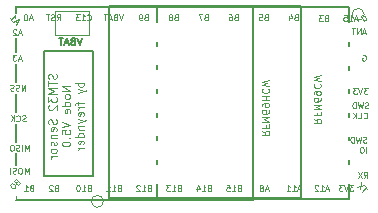
<source format=gbo>
G04 #@! TF.GenerationSoftware,KiCad,Pcbnew,6.0.0-rc1-unknown-a6325aa~66~ubuntu18.04.1*
G04 #@! TF.CreationDate,2018-09-11T11:38:00+02:00*
G04 #@! TF.ProjectId,STM32_Sensor,53544D33325F53656E736F722E6B6963,rev?*
G04 #@! TF.SameCoordinates,Original*
G04 #@! TF.FileFunction,Legend,Bot*
G04 #@! TF.FilePolarity,Positive*
%FSLAX46Y46*%
G04 Gerber Fmt 4.6, Leading zero omitted, Abs format (unit mm)*
G04 Created by KiCad (PCBNEW 6.0.0-rc1-unknown-a6325aa~66~ubuntu18.04.1) date Tue Sep 11 11:38:00 2018*
%MOMM*%
%LPD*%
G01*
G04 APERTURE LIST*
%ADD10C,0.150000*%
%ADD11C,0.100000*%
%ADD12C,0.203200*%
%ADD13C,0.120000*%
G04 APERTURE END LIST*
D10*
X130070000Y-104850000D02*
X130070000Y-105860000D01*
X130070000Y-102320000D02*
X130070000Y-103910000D01*
X130070000Y-99790000D02*
X130070000Y-101350000D01*
X130070000Y-97240000D02*
X130070000Y-98820000D01*
X130070000Y-95040000D02*
X130070000Y-96290000D01*
X130070000Y-92800000D02*
X130070000Y-92950000D01*
X130070000Y-92410000D02*
X130070000Y-92800000D01*
X150160000Y-108760000D02*
X130090000Y-108760000D01*
X130070000Y-92420000D02*
X150150000Y-92420000D01*
X150170000Y-108790000D02*
X150170000Y-92440000D01*
X130070000Y-108790000D02*
X150170000Y-108790000D01*
X137940000Y-92400000D02*
X137940000Y-108630000D01*
X154210000Y-92450000D02*
X154210000Y-108670000D01*
X150170000Y-92430000D02*
X150170000Y-108680000D01*
D11*
X150928571Y-102932857D02*
X151214285Y-103132857D01*
X150928571Y-103275714D02*
X151528571Y-103275714D01*
X151528571Y-103047142D01*
X151500000Y-102990000D01*
X151471428Y-102961428D01*
X151414285Y-102932857D01*
X151328571Y-102932857D01*
X151271428Y-102961428D01*
X151242857Y-102990000D01*
X151214285Y-103047142D01*
X151214285Y-103275714D01*
X151242857Y-102475714D02*
X151242857Y-102675714D01*
X150928571Y-102675714D02*
X151528571Y-102675714D01*
X151528571Y-102390000D01*
X150928571Y-102161428D02*
X151528571Y-102161428D01*
X151100000Y-101961428D01*
X151528571Y-101761428D01*
X150928571Y-101761428D01*
X151528571Y-101218571D02*
X151528571Y-101332857D01*
X151500000Y-101390000D01*
X151471428Y-101418571D01*
X151385714Y-101475714D01*
X151271428Y-101504285D01*
X151042857Y-101504285D01*
X150985714Y-101475714D01*
X150957142Y-101447142D01*
X150928571Y-101390000D01*
X150928571Y-101275714D01*
X150957142Y-101218571D01*
X150985714Y-101190000D01*
X151042857Y-101161428D01*
X151185714Y-101161428D01*
X151242857Y-101190000D01*
X151271428Y-101218571D01*
X151300000Y-101275714D01*
X151300000Y-101390000D01*
X151271428Y-101447142D01*
X151242857Y-101475714D01*
X151185714Y-101504285D01*
X150928571Y-100875714D02*
X150928571Y-100761428D01*
X150957142Y-100704285D01*
X150985714Y-100675714D01*
X151071428Y-100618571D01*
X151185714Y-100590000D01*
X151414285Y-100590000D01*
X151471428Y-100618571D01*
X151500000Y-100647142D01*
X151528571Y-100704285D01*
X151528571Y-100818571D01*
X151500000Y-100875714D01*
X151471428Y-100904285D01*
X151414285Y-100932857D01*
X151271428Y-100932857D01*
X151214285Y-100904285D01*
X151185714Y-100875714D01*
X151157142Y-100818571D01*
X151157142Y-100704285D01*
X151185714Y-100647142D01*
X151214285Y-100618571D01*
X151271428Y-100590000D01*
X150928571Y-100332857D02*
X151528571Y-100332857D01*
X151242857Y-100332857D02*
X151242857Y-99990000D01*
X150928571Y-99990000D02*
X151528571Y-99990000D01*
X150985714Y-99361428D02*
X150957142Y-99390000D01*
X150928571Y-99475714D01*
X150928571Y-99532857D01*
X150957142Y-99618571D01*
X151014285Y-99675714D01*
X151071428Y-99704285D01*
X151185714Y-99732857D01*
X151271428Y-99732857D01*
X151385714Y-99704285D01*
X151442857Y-99675714D01*
X151500000Y-99618571D01*
X151528571Y-99532857D01*
X151528571Y-99475714D01*
X151500000Y-99390000D01*
X151471428Y-99361428D01*
X151528571Y-99161428D02*
X150928571Y-99018571D01*
X151357142Y-98904285D01*
X150928571Y-98790000D01*
X151528571Y-98647142D01*
X133503333Y-98113333D02*
X133536666Y-98213333D01*
X133536666Y-98380000D01*
X133503333Y-98446666D01*
X133470000Y-98480000D01*
X133403333Y-98513333D01*
X133336666Y-98513333D01*
X133270000Y-98480000D01*
X133236666Y-98446666D01*
X133203333Y-98380000D01*
X133170000Y-98246666D01*
X133136666Y-98180000D01*
X133103333Y-98146666D01*
X133036666Y-98113333D01*
X132970000Y-98113333D01*
X132903333Y-98146666D01*
X132870000Y-98180000D01*
X132836666Y-98246666D01*
X132836666Y-98413333D01*
X132870000Y-98513333D01*
X132836666Y-98713333D02*
X132836666Y-99113333D01*
X133536666Y-98913333D02*
X132836666Y-98913333D01*
X133536666Y-99346666D02*
X132836666Y-99346666D01*
X133336666Y-99580000D01*
X132836666Y-99813333D01*
X133536666Y-99813333D01*
X132836666Y-100080000D02*
X132836666Y-100513333D01*
X133103333Y-100280000D01*
X133103333Y-100380000D01*
X133136666Y-100446666D01*
X133170000Y-100480000D01*
X133236666Y-100513333D01*
X133403333Y-100513333D01*
X133470000Y-100480000D01*
X133503333Y-100446666D01*
X133536666Y-100380000D01*
X133536666Y-100180000D01*
X133503333Y-100113333D01*
X133470000Y-100080000D01*
X132903333Y-100780000D02*
X132870000Y-100813333D01*
X132836666Y-100880000D01*
X132836666Y-101046666D01*
X132870000Y-101113333D01*
X132903333Y-101146666D01*
X132970000Y-101180000D01*
X133036666Y-101180000D01*
X133136666Y-101146666D01*
X133536666Y-100746666D01*
X133536666Y-101180000D01*
X133503333Y-101980000D02*
X133536666Y-102080000D01*
X133536666Y-102246666D01*
X133503333Y-102313333D01*
X133470000Y-102346666D01*
X133403333Y-102380000D01*
X133336666Y-102380000D01*
X133270000Y-102346666D01*
X133236666Y-102313333D01*
X133203333Y-102246666D01*
X133170000Y-102113333D01*
X133136666Y-102046666D01*
X133103333Y-102013333D01*
X133036666Y-101980000D01*
X132970000Y-101980000D01*
X132903333Y-102013333D01*
X132870000Y-102046666D01*
X132836666Y-102113333D01*
X132836666Y-102280000D01*
X132870000Y-102380000D01*
X133503333Y-102946666D02*
X133536666Y-102880000D01*
X133536666Y-102746666D01*
X133503333Y-102680000D01*
X133436666Y-102646666D01*
X133170000Y-102646666D01*
X133103333Y-102680000D01*
X133070000Y-102746666D01*
X133070000Y-102880000D01*
X133103333Y-102946666D01*
X133170000Y-102980000D01*
X133236666Y-102980000D01*
X133303333Y-102646666D01*
X133070000Y-103280000D02*
X133536666Y-103280000D01*
X133136666Y-103280000D02*
X133103333Y-103313333D01*
X133070000Y-103380000D01*
X133070000Y-103480000D01*
X133103333Y-103546666D01*
X133170000Y-103580000D01*
X133536666Y-103580000D01*
X133503333Y-103880000D02*
X133536666Y-103946666D01*
X133536666Y-104080000D01*
X133503333Y-104146666D01*
X133436666Y-104180000D01*
X133403333Y-104180000D01*
X133336666Y-104146666D01*
X133303333Y-104080000D01*
X133303333Y-103980000D01*
X133270000Y-103913333D01*
X133203333Y-103880000D01*
X133170000Y-103880000D01*
X133103333Y-103913333D01*
X133070000Y-103980000D01*
X133070000Y-104080000D01*
X133103333Y-104146666D01*
X133536666Y-104580000D02*
X133503333Y-104513333D01*
X133470000Y-104480000D01*
X133403333Y-104446666D01*
X133203333Y-104446666D01*
X133136666Y-104480000D01*
X133103333Y-104513333D01*
X133070000Y-104580000D01*
X133070000Y-104680000D01*
X133103333Y-104746666D01*
X133136666Y-104780000D01*
X133203333Y-104813333D01*
X133403333Y-104813333D01*
X133470000Y-104780000D01*
X133503333Y-104746666D01*
X133536666Y-104680000D01*
X133536666Y-104580000D01*
X133536666Y-105113333D02*
X133070000Y-105113333D01*
X133203333Y-105113333D02*
X133136666Y-105146666D01*
X133103333Y-105180000D01*
X133070000Y-105246666D01*
X133070000Y-105313333D01*
X134686666Y-99146666D02*
X133986666Y-99146666D01*
X134686666Y-99546666D01*
X133986666Y-99546666D01*
X134686666Y-99980000D02*
X134653333Y-99913333D01*
X134620000Y-99880000D01*
X134553333Y-99846666D01*
X134353333Y-99846666D01*
X134286666Y-99880000D01*
X134253333Y-99913333D01*
X134220000Y-99980000D01*
X134220000Y-100080000D01*
X134253333Y-100146666D01*
X134286666Y-100180000D01*
X134353333Y-100213333D01*
X134553333Y-100213333D01*
X134620000Y-100180000D01*
X134653333Y-100146666D01*
X134686666Y-100080000D01*
X134686666Y-99980000D01*
X134686666Y-100813333D02*
X133986666Y-100813333D01*
X134653333Y-100813333D02*
X134686666Y-100746666D01*
X134686666Y-100613333D01*
X134653333Y-100546666D01*
X134620000Y-100513333D01*
X134553333Y-100480000D01*
X134353333Y-100480000D01*
X134286666Y-100513333D01*
X134253333Y-100546666D01*
X134220000Y-100613333D01*
X134220000Y-100746666D01*
X134253333Y-100813333D01*
X134653333Y-101413333D02*
X134686666Y-101346666D01*
X134686666Y-101213333D01*
X134653333Y-101146666D01*
X134586666Y-101113333D01*
X134320000Y-101113333D01*
X134253333Y-101146666D01*
X134220000Y-101213333D01*
X134220000Y-101346666D01*
X134253333Y-101413333D01*
X134320000Y-101446666D01*
X134386666Y-101446666D01*
X134453333Y-101113333D01*
X133986666Y-102180000D02*
X134686666Y-102413333D01*
X133986666Y-102646666D01*
X133986666Y-103213333D02*
X133986666Y-102880000D01*
X134320000Y-102846666D01*
X134286666Y-102880000D01*
X134253333Y-102946666D01*
X134253333Y-103113333D01*
X134286666Y-103180000D01*
X134320000Y-103213333D01*
X134386666Y-103246666D01*
X134553333Y-103246666D01*
X134620000Y-103213333D01*
X134653333Y-103180000D01*
X134686666Y-103113333D01*
X134686666Y-102946666D01*
X134653333Y-102880000D01*
X134620000Y-102846666D01*
X134620000Y-103546666D02*
X134653333Y-103580000D01*
X134686666Y-103546666D01*
X134653333Y-103513333D01*
X134620000Y-103546666D01*
X134686666Y-103546666D01*
X133986666Y-104013333D02*
X133986666Y-104080000D01*
X134020000Y-104146666D01*
X134053333Y-104180000D01*
X134120000Y-104213333D01*
X134253333Y-104246666D01*
X134420000Y-104246666D01*
X134553333Y-104213333D01*
X134620000Y-104180000D01*
X134653333Y-104146666D01*
X134686666Y-104080000D01*
X134686666Y-104013333D01*
X134653333Y-103946666D01*
X134620000Y-103913333D01*
X134553333Y-103880000D01*
X134420000Y-103846666D01*
X134253333Y-103846666D01*
X134120000Y-103880000D01*
X134053333Y-103913333D01*
X134020000Y-103946666D01*
X133986666Y-104013333D01*
X135836666Y-98863333D02*
X135136666Y-98863333D01*
X135403333Y-98863333D02*
X135370000Y-98930000D01*
X135370000Y-99063333D01*
X135403333Y-99130000D01*
X135436666Y-99163333D01*
X135503333Y-99196666D01*
X135703333Y-99196666D01*
X135770000Y-99163333D01*
X135803333Y-99130000D01*
X135836666Y-99063333D01*
X135836666Y-98930000D01*
X135803333Y-98863333D01*
X135370000Y-99430000D02*
X135836666Y-99596666D01*
X135370000Y-99763333D02*
X135836666Y-99596666D01*
X136003333Y-99530000D01*
X136036666Y-99496666D01*
X136070000Y-99430000D01*
X135370000Y-100463333D02*
X135370000Y-100730000D01*
X135836666Y-100563333D02*
X135236666Y-100563333D01*
X135170000Y-100596666D01*
X135136666Y-100663333D01*
X135136666Y-100730000D01*
X135836666Y-100963333D02*
X135370000Y-100963333D01*
X135503333Y-100963333D02*
X135436666Y-100996666D01*
X135403333Y-101030000D01*
X135370000Y-101096666D01*
X135370000Y-101163333D01*
X135803333Y-101663333D02*
X135836666Y-101596666D01*
X135836666Y-101463333D01*
X135803333Y-101396666D01*
X135736666Y-101363333D01*
X135470000Y-101363333D01*
X135403333Y-101396666D01*
X135370000Y-101463333D01*
X135370000Y-101596666D01*
X135403333Y-101663333D01*
X135470000Y-101696666D01*
X135536666Y-101696666D01*
X135603333Y-101363333D01*
X135370000Y-101930000D02*
X135836666Y-102096666D01*
X135370000Y-102263333D02*
X135836666Y-102096666D01*
X136003333Y-102030000D01*
X136036666Y-101996666D01*
X136070000Y-101930000D01*
X135370000Y-102530000D02*
X135836666Y-102530000D01*
X135436666Y-102530000D02*
X135403333Y-102563333D01*
X135370000Y-102630000D01*
X135370000Y-102730000D01*
X135403333Y-102796666D01*
X135470000Y-102830000D01*
X135836666Y-102830000D01*
X135836666Y-103463333D02*
X135136666Y-103463333D01*
X135803333Y-103463333D02*
X135836666Y-103396666D01*
X135836666Y-103263333D01*
X135803333Y-103196666D01*
X135770000Y-103163333D01*
X135703333Y-103130000D01*
X135503333Y-103130000D01*
X135436666Y-103163333D01*
X135403333Y-103196666D01*
X135370000Y-103263333D01*
X135370000Y-103396666D01*
X135403333Y-103463333D01*
X135803333Y-104063333D02*
X135836666Y-103996666D01*
X135836666Y-103863333D01*
X135803333Y-103796666D01*
X135736666Y-103763333D01*
X135470000Y-103763333D01*
X135403333Y-103796666D01*
X135370000Y-103863333D01*
X135370000Y-103996666D01*
X135403333Y-104063333D01*
X135470000Y-104096666D01*
X135536666Y-104096666D01*
X135603333Y-103763333D01*
X135836666Y-104396666D02*
X135370000Y-104396666D01*
X135503333Y-104396666D02*
X135436666Y-104430000D01*
X135403333Y-104463333D01*
X135370000Y-104530000D01*
X135370000Y-104596666D01*
D10*
X136580000Y-106740000D02*
X136580000Y-96180000D01*
X132430000Y-106740000D02*
X136580000Y-106740000D01*
X132430000Y-96160000D02*
X132440000Y-106740000D01*
X136590000Y-96160000D02*
X132430000Y-96160000D01*
D11*
X159928571Y-101017380D02*
X159857142Y-101041190D01*
X159738095Y-101041190D01*
X159690476Y-101017380D01*
X159666666Y-100993571D01*
X159642857Y-100945952D01*
X159642857Y-100898333D01*
X159666666Y-100850714D01*
X159690476Y-100826904D01*
X159738095Y-100803095D01*
X159833333Y-100779285D01*
X159880952Y-100755476D01*
X159904761Y-100731666D01*
X159928571Y-100684047D01*
X159928571Y-100636428D01*
X159904761Y-100588809D01*
X159880952Y-100565000D01*
X159833333Y-100541190D01*
X159714285Y-100541190D01*
X159642857Y-100565000D01*
X159476190Y-100541190D02*
X159357142Y-101041190D01*
X159261904Y-100684047D01*
X159166666Y-101041190D01*
X159047619Y-100541190D01*
X158857142Y-101041190D02*
X158857142Y-100541190D01*
X158738095Y-100541190D01*
X158666666Y-100565000D01*
X158619047Y-100612619D01*
X158595238Y-100660238D01*
X158571428Y-100755476D01*
X158571428Y-100826904D01*
X158595238Y-100922142D01*
X158619047Y-100969761D01*
X158666666Y-101017380D01*
X158738095Y-101041190D01*
X158857142Y-101041190D01*
X159547619Y-101843571D02*
X159571428Y-101867380D01*
X159642857Y-101891190D01*
X159690476Y-101891190D01*
X159761904Y-101867380D01*
X159809523Y-101819761D01*
X159833333Y-101772142D01*
X159857142Y-101676904D01*
X159857142Y-101605476D01*
X159833333Y-101510238D01*
X159809523Y-101462619D01*
X159761904Y-101415000D01*
X159690476Y-101391190D01*
X159642857Y-101391190D01*
X159571428Y-101415000D01*
X159547619Y-101438809D01*
X159095238Y-101891190D02*
X159333333Y-101891190D01*
X159333333Y-101391190D01*
X158928571Y-101891190D02*
X158928571Y-101391190D01*
X158642857Y-101891190D02*
X158857142Y-101605476D01*
X158642857Y-101391190D02*
X158928571Y-101676904D01*
X155298571Y-101898571D02*
X155584285Y-102098571D01*
X155298571Y-102241428D02*
X155898571Y-102241428D01*
X155898571Y-102012857D01*
X155870000Y-101955714D01*
X155841428Y-101927142D01*
X155784285Y-101898571D01*
X155698571Y-101898571D01*
X155641428Y-101927142D01*
X155612857Y-101955714D01*
X155584285Y-102012857D01*
X155584285Y-102241428D01*
X155612857Y-101441428D02*
X155612857Y-101641428D01*
X155298571Y-101641428D02*
X155898571Y-101641428D01*
X155898571Y-101355714D01*
X155298571Y-101127142D02*
X155898571Y-101127142D01*
X155470000Y-100927142D01*
X155898571Y-100727142D01*
X155298571Y-100727142D01*
X155898571Y-100184285D02*
X155898571Y-100298571D01*
X155870000Y-100355714D01*
X155841428Y-100384285D01*
X155755714Y-100441428D01*
X155641428Y-100470000D01*
X155412857Y-100470000D01*
X155355714Y-100441428D01*
X155327142Y-100412857D01*
X155298571Y-100355714D01*
X155298571Y-100241428D01*
X155327142Y-100184285D01*
X155355714Y-100155714D01*
X155412857Y-100127142D01*
X155555714Y-100127142D01*
X155612857Y-100155714D01*
X155641428Y-100184285D01*
X155670000Y-100241428D01*
X155670000Y-100355714D01*
X155641428Y-100412857D01*
X155612857Y-100441428D01*
X155555714Y-100470000D01*
X155298571Y-99841428D02*
X155298571Y-99727142D01*
X155327142Y-99670000D01*
X155355714Y-99641428D01*
X155441428Y-99584285D01*
X155555714Y-99555714D01*
X155784285Y-99555714D01*
X155841428Y-99584285D01*
X155870000Y-99612857D01*
X155898571Y-99670000D01*
X155898571Y-99784285D01*
X155870000Y-99841428D01*
X155841428Y-99870000D01*
X155784285Y-99898571D01*
X155641428Y-99898571D01*
X155584285Y-99870000D01*
X155555714Y-99841428D01*
X155527142Y-99784285D01*
X155527142Y-99670000D01*
X155555714Y-99612857D01*
X155584285Y-99584285D01*
X155641428Y-99555714D01*
X155355714Y-98955714D02*
X155327142Y-98984285D01*
X155298571Y-99070000D01*
X155298571Y-99127142D01*
X155327142Y-99212857D01*
X155384285Y-99270000D01*
X155441428Y-99298571D01*
X155555714Y-99327142D01*
X155641428Y-99327142D01*
X155755714Y-99298571D01*
X155812857Y-99270000D01*
X155870000Y-99212857D01*
X155898571Y-99127142D01*
X155898571Y-99070000D01*
X155870000Y-98984285D01*
X155841428Y-98955714D01*
X155898571Y-98755714D02*
X155298571Y-98612857D01*
X155727142Y-98498571D01*
X155298571Y-98384285D01*
X155898571Y-98241428D01*
D10*
X135705714Y-95081428D02*
X135505714Y-95681428D01*
X135305714Y-95081428D01*
X134905714Y-95367142D02*
X134820000Y-95395714D01*
X134791428Y-95424285D01*
X134762857Y-95481428D01*
X134762857Y-95567142D01*
X134791428Y-95624285D01*
X134820000Y-95652857D01*
X134877142Y-95681428D01*
X135105714Y-95681428D01*
X135105714Y-95081428D01*
X134905714Y-95081428D01*
X134848571Y-95110000D01*
X134820000Y-95138571D01*
X134791428Y-95195714D01*
X134791428Y-95252857D01*
X134820000Y-95310000D01*
X134848571Y-95338571D01*
X134905714Y-95367142D01*
X135105714Y-95367142D01*
X134534285Y-95510000D02*
X134248571Y-95510000D01*
X134591428Y-95681428D02*
X134391428Y-95081428D01*
X134191428Y-95681428D01*
X134077142Y-95081428D02*
X133734285Y-95081428D01*
X133905714Y-95681428D02*
X133905714Y-95081428D01*
D11*
X159769761Y-103907380D02*
X159698333Y-103931190D01*
X159579285Y-103931190D01*
X159531666Y-103907380D01*
X159507857Y-103883571D01*
X159484047Y-103835952D01*
X159484047Y-103788333D01*
X159507857Y-103740714D01*
X159531666Y-103716904D01*
X159579285Y-103693095D01*
X159674523Y-103669285D01*
X159722142Y-103645476D01*
X159745952Y-103621666D01*
X159769761Y-103574047D01*
X159769761Y-103526428D01*
X159745952Y-103478809D01*
X159722142Y-103455000D01*
X159674523Y-103431190D01*
X159555476Y-103431190D01*
X159484047Y-103455000D01*
X159317380Y-103431190D02*
X159198333Y-103931190D01*
X159103095Y-103574047D01*
X159007857Y-103931190D01*
X158888809Y-103431190D01*
X158698333Y-103931190D02*
X158698333Y-103431190D01*
X158579285Y-103431190D01*
X158507857Y-103455000D01*
X158460238Y-103502619D01*
X158436428Y-103550238D01*
X158412619Y-103645476D01*
X158412619Y-103716904D01*
X158436428Y-103812142D01*
X158460238Y-103859761D01*
X158507857Y-103907380D01*
X158579285Y-103931190D01*
X158698333Y-103931190D01*
X159745952Y-104781190D02*
X159745952Y-104281190D01*
X159412619Y-104281190D02*
X159317380Y-104281190D01*
X159269761Y-104305000D01*
X159222142Y-104352619D01*
X159198333Y-104447857D01*
X159198333Y-104614523D01*
X159222142Y-104709761D01*
X159269761Y-104757380D01*
X159317380Y-104781190D01*
X159412619Y-104781190D01*
X159460238Y-104757380D01*
X159507857Y-104709761D01*
X159531666Y-104614523D01*
X159531666Y-104447857D01*
X159507857Y-104352619D01*
X159460238Y-104305000D01*
X159412619Y-104281190D01*
X141093271Y-93312823D02*
X141021843Y-93336633D01*
X140998033Y-93360442D01*
X140974224Y-93408061D01*
X140974224Y-93479490D01*
X140998033Y-93527109D01*
X141021843Y-93550918D01*
X141069462Y-93574728D01*
X141259938Y-93574728D01*
X141259938Y-93074728D01*
X141093271Y-93074728D01*
X141045652Y-93098538D01*
X141021843Y-93122347D01*
X140998033Y-93169966D01*
X140998033Y-93217585D01*
X141021843Y-93265204D01*
X141045652Y-93289014D01*
X141093271Y-93312823D01*
X141259938Y-93312823D01*
X140736129Y-93574728D02*
X140640891Y-93574728D01*
X140593271Y-93550918D01*
X140569462Y-93527109D01*
X140521843Y-93455680D01*
X140498033Y-93360442D01*
X140498033Y-93169966D01*
X140521843Y-93122347D01*
X140545652Y-93098538D01*
X140593271Y-93074728D01*
X140688510Y-93074728D01*
X140736129Y-93098538D01*
X140759938Y-93122347D01*
X140783748Y-93169966D01*
X140783748Y-93289014D01*
X140759938Y-93336633D01*
X140736129Y-93360442D01*
X140688510Y-93384252D01*
X140593271Y-93384252D01*
X140545652Y-93360442D01*
X140521843Y-93336633D01*
X140498033Y-93289014D01*
X130922857Y-102112380D02*
X130851428Y-102136190D01*
X130732380Y-102136190D01*
X130684761Y-102112380D01*
X130660952Y-102088571D01*
X130637142Y-102040952D01*
X130637142Y-101993333D01*
X130660952Y-101945714D01*
X130684761Y-101921904D01*
X130732380Y-101898095D01*
X130827619Y-101874285D01*
X130875238Y-101850476D01*
X130899047Y-101826666D01*
X130922857Y-101779047D01*
X130922857Y-101731428D01*
X130899047Y-101683809D01*
X130875238Y-101660000D01*
X130827619Y-101636190D01*
X130708571Y-101636190D01*
X130637142Y-101660000D01*
X130137142Y-102088571D02*
X130160952Y-102112380D01*
X130232380Y-102136190D01*
X130280000Y-102136190D01*
X130351428Y-102112380D01*
X130399047Y-102064761D01*
X130422857Y-102017142D01*
X130446666Y-101921904D01*
X130446666Y-101850476D01*
X130422857Y-101755238D01*
X130399047Y-101707619D01*
X130351428Y-101660000D01*
X130280000Y-101636190D01*
X130232380Y-101636190D01*
X130160952Y-101660000D01*
X130137142Y-101683809D01*
X129922857Y-102136190D02*
X129922857Y-101636190D01*
X129637142Y-102136190D02*
X129851428Y-101850476D01*
X129637142Y-101636190D02*
X129922857Y-101921904D01*
X159270625Y-93295820D02*
X159287461Y-93245312D01*
X159337969Y-93194805D01*
X159405312Y-93161133D01*
X159472656Y-93161133D01*
X159523164Y-93177969D01*
X159607343Y-93228477D01*
X159657851Y-93278984D01*
X159708358Y-93363164D01*
X159725194Y-93413671D01*
X159725194Y-93481015D01*
X159691522Y-93548358D01*
X159657851Y-93582030D01*
X159590507Y-93615702D01*
X159556835Y-93615702D01*
X159438984Y-93497851D01*
X159506328Y-93430507D01*
X141361367Y-107782823D02*
X141289938Y-107806633D01*
X141266129Y-107830442D01*
X141242319Y-107878061D01*
X141242319Y-107949490D01*
X141266129Y-107997109D01*
X141289938Y-108020918D01*
X141337557Y-108044728D01*
X141528033Y-108044728D01*
X141528033Y-107544728D01*
X141361367Y-107544728D01*
X141313748Y-107568538D01*
X141289938Y-107592347D01*
X141266129Y-107639966D01*
X141266129Y-107687585D01*
X141289938Y-107735204D01*
X141313748Y-107759014D01*
X141361367Y-107782823D01*
X141528033Y-107782823D01*
X140766129Y-108044728D02*
X141051843Y-108044728D01*
X140908986Y-108044728D02*
X140908986Y-107544728D01*
X140956605Y-107616157D01*
X141004224Y-107663776D01*
X141051843Y-107687585D01*
X140575652Y-107592347D02*
X140551843Y-107568538D01*
X140504224Y-107544728D01*
X140385176Y-107544728D01*
X140337557Y-107568538D01*
X140313748Y-107592347D01*
X140289938Y-107639966D01*
X140289938Y-107687585D01*
X140313748Y-107759014D01*
X140599462Y-108044728D01*
X140289938Y-108044728D01*
X159533333Y-106916190D02*
X159700000Y-106678095D01*
X159819047Y-106916190D02*
X159819047Y-106416190D01*
X159628571Y-106416190D01*
X159580952Y-106440000D01*
X159557142Y-106463809D01*
X159533333Y-106511428D01*
X159533333Y-106582857D01*
X159557142Y-106630476D01*
X159580952Y-106654285D01*
X159628571Y-106678095D01*
X159819047Y-106678095D01*
X159366666Y-106416190D02*
X159033333Y-106916190D01*
X159033333Y-106416190D02*
X159366666Y-106916190D01*
X130879047Y-99536190D02*
X130879047Y-99036190D01*
X130593333Y-99536190D01*
X130593333Y-99036190D01*
X130379047Y-99512380D02*
X130307619Y-99536190D01*
X130188571Y-99536190D01*
X130140952Y-99512380D01*
X130117142Y-99488571D01*
X130093333Y-99440952D01*
X130093333Y-99393333D01*
X130117142Y-99345714D01*
X130140952Y-99321904D01*
X130188571Y-99298095D01*
X130283809Y-99274285D01*
X130331428Y-99250476D01*
X130355238Y-99226666D01*
X130379047Y-99179047D01*
X130379047Y-99131428D01*
X130355238Y-99083809D01*
X130331428Y-99060000D01*
X130283809Y-99036190D01*
X130164761Y-99036190D01*
X130093333Y-99060000D01*
X129902857Y-99512380D02*
X129831428Y-99536190D01*
X129712380Y-99536190D01*
X129664761Y-99512380D01*
X129640952Y-99488571D01*
X129617142Y-99440952D01*
X129617142Y-99393333D01*
X129640952Y-99345714D01*
X129664761Y-99321904D01*
X129712380Y-99298095D01*
X129807619Y-99274285D01*
X129855238Y-99250476D01*
X129879047Y-99226666D01*
X129902857Y-99179047D01*
X129902857Y-99131428D01*
X129879047Y-99083809D01*
X129855238Y-99060000D01*
X129807619Y-99036190D01*
X129688571Y-99036190D01*
X129617142Y-99060000D01*
X148713271Y-93312823D02*
X148641843Y-93336633D01*
X148618033Y-93360442D01*
X148594224Y-93408061D01*
X148594224Y-93479490D01*
X148618033Y-93527109D01*
X148641843Y-93550918D01*
X148689462Y-93574728D01*
X148879938Y-93574728D01*
X148879938Y-93074728D01*
X148713271Y-93074728D01*
X148665652Y-93098538D01*
X148641843Y-93122347D01*
X148618033Y-93169966D01*
X148618033Y-93217585D01*
X148641843Y-93265204D01*
X148665652Y-93289014D01*
X148713271Y-93312823D01*
X148879938Y-93312823D01*
X148165652Y-93074728D02*
X148260891Y-93074728D01*
X148308510Y-93098538D01*
X148332319Y-93122347D01*
X148379938Y-93193776D01*
X148403748Y-93289014D01*
X148403748Y-93479490D01*
X148379938Y-93527109D01*
X148356129Y-93550918D01*
X148308510Y-93574728D01*
X148213271Y-93574728D01*
X148165652Y-93550918D01*
X148141843Y-93527109D01*
X148118033Y-93479490D01*
X148118033Y-93360442D01*
X148141843Y-93312823D01*
X148165652Y-93289014D01*
X148213271Y-93265204D01*
X148308510Y-93265204D01*
X148356129Y-93289014D01*
X148379938Y-93312823D01*
X148403748Y-93360442D01*
X159015238Y-93483333D02*
X158777142Y-93483333D01*
X159062857Y-93626190D02*
X158896190Y-93126190D01*
X158729523Y-93626190D01*
X158300952Y-93626190D02*
X158586666Y-93626190D01*
X158443809Y-93626190D02*
X158443809Y-93126190D01*
X158491428Y-93197619D01*
X158539047Y-93245238D01*
X158586666Y-93269047D01*
X157848571Y-93126190D02*
X158086666Y-93126190D01*
X158110476Y-93364285D01*
X158086666Y-93340476D01*
X158039047Y-93316666D01*
X157920000Y-93316666D01*
X157872380Y-93340476D01*
X157848571Y-93364285D01*
X157824761Y-93411904D01*
X157824761Y-93530952D01*
X157848571Y-93578571D01*
X157872380Y-93602380D01*
X157920000Y-93626190D01*
X158039047Y-93626190D01*
X158086666Y-93602380D01*
X158110476Y-93578571D01*
X130557142Y-94683333D02*
X130319047Y-94683333D01*
X130604761Y-94826190D02*
X130438095Y-94326190D01*
X130271428Y-94826190D01*
X130128571Y-94373809D02*
X130104761Y-94350000D01*
X130057142Y-94326190D01*
X129938095Y-94326190D01*
X129890476Y-94350000D01*
X129866666Y-94373809D01*
X129842857Y-94421428D01*
X129842857Y-94469047D01*
X129866666Y-94540476D01*
X130152380Y-94826190D01*
X129842857Y-94826190D01*
X159852986Y-107825761D02*
X159650956Y-107623730D01*
X159398417Y-108078299D02*
X159751971Y-107724746D01*
X159566776Y-107539551D02*
X158977521Y-107657402D01*
X159331074Y-107303849D02*
X159213223Y-107893104D01*
X136132319Y-93527109D02*
X136156129Y-93550918D01*
X136227557Y-93574728D01*
X136275176Y-93574728D01*
X136346605Y-93550918D01*
X136394224Y-93503299D01*
X136418033Y-93455680D01*
X136441843Y-93360442D01*
X136441843Y-93289014D01*
X136418033Y-93193776D01*
X136394224Y-93146157D01*
X136346605Y-93098538D01*
X136275176Y-93074728D01*
X136227557Y-93074728D01*
X136156129Y-93098538D01*
X136132319Y-93122347D01*
X135656129Y-93574728D02*
X135941843Y-93574728D01*
X135798986Y-93574728D02*
X135798986Y-93074728D01*
X135846605Y-93146157D01*
X135894224Y-93193776D01*
X135941843Y-93217585D01*
X135489462Y-93074728D02*
X135179938Y-93074728D01*
X135346605Y-93265204D01*
X135275176Y-93265204D01*
X135227557Y-93289014D01*
X135203748Y-93312823D01*
X135179938Y-93360442D01*
X135179938Y-93479490D01*
X135203748Y-93527109D01*
X135227557Y-93550918D01*
X135275176Y-93574728D01*
X135418033Y-93574728D01*
X135465652Y-93550918D01*
X135489462Y-93527109D01*
X159869047Y-99316190D02*
X159559523Y-99316190D01*
X159726190Y-99506666D01*
X159654761Y-99506666D01*
X159607142Y-99530476D01*
X159583333Y-99554285D01*
X159559523Y-99601904D01*
X159559523Y-99720952D01*
X159583333Y-99768571D01*
X159607142Y-99792380D01*
X159654761Y-99816190D01*
X159797619Y-99816190D01*
X159845238Y-99792380D01*
X159869047Y-99768571D01*
X159416666Y-99316190D02*
X159250000Y-99816190D01*
X159083333Y-99316190D01*
X158964285Y-99316190D02*
X158654761Y-99316190D01*
X158821428Y-99506666D01*
X158750000Y-99506666D01*
X158702380Y-99530476D01*
X158678571Y-99554285D01*
X158654761Y-99601904D01*
X158654761Y-99720952D01*
X158678571Y-99768571D01*
X158702380Y-99792380D01*
X158750000Y-99816190D01*
X158892857Y-99816190D01*
X158940476Y-99792380D01*
X158964285Y-99768571D01*
X136281367Y-107782823D02*
X136209938Y-107806633D01*
X136186129Y-107830442D01*
X136162319Y-107878061D01*
X136162319Y-107949490D01*
X136186129Y-107997109D01*
X136209938Y-108020918D01*
X136257557Y-108044728D01*
X136448033Y-108044728D01*
X136448033Y-107544728D01*
X136281367Y-107544728D01*
X136233748Y-107568538D01*
X136209938Y-107592347D01*
X136186129Y-107639966D01*
X136186129Y-107687585D01*
X136209938Y-107735204D01*
X136233748Y-107759014D01*
X136281367Y-107782823D01*
X136448033Y-107782823D01*
X135686129Y-108044728D02*
X135971843Y-108044728D01*
X135828986Y-108044728D02*
X135828986Y-107544728D01*
X135876605Y-107616157D01*
X135924224Y-107663776D01*
X135971843Y-107687585D01*
X135376605Y-107544728D02*
X135328986Y-107544728D01*
X135281367Y-107568538D01*
X135257557Y-107592347D01*
X135233748Y-107639966D01*
X135209938Y-107735204D01*
X135209938Y-107854252D01*
X135233748Y-107949490D01*
X135257557Y-107997109D01*
X135281367Y-108020918D01*
X135328986Y-108044728D01*
X135376605Y-108044728D01*
X135424224Y-108020918D01*
X135448033Y-107997109D01*
X135471843Y-107949490D01*
X135495652Y-107854252D01*
X135495652Y-107735204D01*
X135471843Y-107639966D01*
X135448033Y-107592347D01*
X135424224Y-107568538D01*
X135376605Y-107544728D01*
X139172319Y-93074728D02*
X139005652Y-93574728D01*
X138838986Y-93074728D01*
X138505652Y-93312823D02*
X138434224Y-93336633D01*
X138410414Y-93360442D01*
X138386605Y-93408061D01*
X138386605Y-93479490D01*
X138410414Y-93527109D01*
X138434224Y-93550918D01*
X138481843Y-93574728D01*
X138672319Y-93574728D01*
X138672319Y-93074728D01*
X138505652Y-93074728D01*
X138458033Y-93098538D01*
X138434224Y-93122347D01*
X138410414Y-93169966D01*
X138410414Y-93217585D01*
X138434224Y-93265204D01*
X138458033Y-93289014D01*
X138505652Y-93312823D01*
X138672319Y-93312823D01*
X138196129Y-93431871D02*
X137958033Y-93431871D01*
X138243748Y-93574728D02*
X138077081Y-93074728D01*
X137910414Y-93574728D01*
X137815176Y-93074728D02*
X137529462Y-93074728D01*
X137672319Y-93574728D02*
X137672319Y-93074728D01*
X131477142Y-93423333D02*
X131239047Y-93423333D01*
X131524761Y-93566190D02*
X131358095Y-93066190D01*
X131191428Y-93566190D01*
X130929523Y-93066190D02*
X130881904Y-93066190D01*
X130834285Y-93090000D01*
X130810476Y-93113809D01*
X130786666Y-93161428D01*
X130762857Y-93256666D01*
X130762857Y-93375714D01*
X130786666Y-93470952D01*
X130810476Y-93518571D01*
X130834285Y-93542380D01*
X130881904Y-93566190D01*
X130929523Y-93566190D01*
X130977142Y-93542380D01*
X131000952Y-93518571D01*
X131024761Y-93470952D01*
X131048571Y-93375714D01*
X131048571Y-93256666D01*
X131024761Y-93161428D01*
X131000952Y-93113809D01*
X130977142Y-93090000D01*
X130929523Y-93066190D01*
X130147851Y-107281641D02*
X130114179Y-107348984D01*
X130114179Y-107382656D01*
X130131015Y-107433164D01*
X130181522Y-107483671D01*
X130232030Y-107500507D01*
X130265702Y-107500507D01*
X130316209Y-107483671D01*
X130450896Y-107348984D01*
X130097343Y-106995431D01*
X129979492Y-107113282D01*
X129962656Y-107163790D01*
X129962656Y-107197461D01*
X129979492Y-107247969D01*
X130013164Y-107281641D01*
X130063671Y-107298477D01*
X130097343Y-107298477D01*
X130147851Y-107281641D01*
X130265702Y-107163790D01*
X129676446Y-107416328D02*
X129642774Y-107450000D01*
X129625938Y-107500507D01*
X129625938Y-107534179D01*
X129642774Y-107584687D01*
X129693282Y-107668866D01*
X129777461Y-107753045D01*
X129861641Y-107803553D01*
X129912148Y-107820389D01*
X129945820Y-107820389D01*
X129996328Y-107803553D01*
X130030000Y-107769881D01*
X130046835Y-107719374D01*
X130046835Y-107685702D01*
X130030000Y-107635194D01*
X129979492Y-107551015D01*
X129895312Y-107466835D01*
X129811133Y-107416328D01*
X129760625Y-107399492D01*
X129726954Y-107399492D01*
X129676446Y-107416328D01*
X131402380Y-107774285D02*
X131330952Y-107798095D01*
X131307142Y-107821904D01*
X131283333Y-107869523D01*
X131283333Y-107940952D01*
X131307142Y-107988571D01*
X131330952Y-108012380D01*
X131378571Y-108036190D01*
X131569047Y-108036190D01*
X131569047Y-107536190D01*
X131402380Y-107536190D01*
X131354761Y-107560000D01*
X131330952Y-107583809D01*
X131307142Y-107631428D01*
X131307142Y-107679047D01*
X131330952Y-107726666D01*
X131354761Y-107750476D01*
X131402380Y-107774285D01*
X131569047Y-107774285D01*
X130807142Y-108036190D02*
X131092857Y-108036190D01*
X130950000Y-108036190D02*
X130950000Y-107536190D01*
X130997619Y-107607619D01*
X131045238Y-107655238D01*
X131092857Y-107679047D01*
X156342380Y-93394285D02*
X156270952Y-93418095D01*
X156247142Y-93441904D01*
X156223333Y-93489523D01*
X156223333Y-93560952D01*
X156247142Y-93608571D01*
X156270952Y-93632380D01*
X156318571Y-93656190D01*
X156509047Y-93656190D01*
X156509047Y-93156190D01*
X156342380Y-93156190D01*
X156294761Y-93180000D01*
X156270952Y-93203809D01*
X156247142Y-93251428D01*
X156247142Y-93299047D01*
X156270952Y-93346666D01*
X156294761Y-93370476D01*
X156342380Y-93394285D01*
X156509047Y-93394285D01*
X156056666Y-93156190D02*
X155747142Y-93156190D01*
X155913809Y-93346666D01*
X155842380Y-93346666D01*
X155794761Y-93370476D01*
X155770952Y-93394285D01*
X155747142Y-93441904D01*
X155747142Y-93560952D01*
X155770952Y-93608571D01*
X155794761Y-93632380D01*
X155842380Y-93656190D01*
X155985238Y-93656190D01*
X156032857Y-93632380D01*
X156056666Y-93608571D01*
X133503271Y-107782823D02*
X133431843Y-107806633D01*
X133408033Y-107830442D01*
X133384224Y-107878061D01*
X133384224Y-107949490D01*
X133408033Y-107997109D01*
X133431843Y-108020918D01*
X133479462Y-108044728D01*
X133669938Y-108044728D01*
X133669938Y-107544728D01*
X133503271Y-107544728D01*
X133455652Y-107568538D01*
X133431843Y-107592347D01*
X133408033Y-107639966D01*
X133408033Y-107687585D01*
X133431843Y-107735204D01*
X133455652Y-107759014D01*
X133503271Y-107782823D01*
X133669938Y-107782823D01*
X133193748Y-107592347D02*
X133169938Y-107568538D01*
X133122319Y-107544728D01*
X133003271Y-107544728D01*
X132955652Y-107568538D01*
X132931843Y-107592347D01*
X132908033Y-107639966D01*
X132908033Y-107687585D01*
X132931843Y-107759014D01*
X133217557Y-108044728D01*
X132908033Y-108044728D01*
X138821367Y-107782823D02*
X138749938Y-107806633D01*
X138726129Y-107830442D01*
X138702319Y-107878061D01*
X138702319Y-107949490D01*
X138726129Y-107997109D01*
X138749938Y-108020918D01*
X138797557Y-108044728D01*
X138988033Y-108044728D01*
X138988033Y-107544728D01*
X138821367Y-107544728D01*
X138773748Y-107568538D01*
X138749938Y-107592347D01*
X138726129Y-107639966D01*
X138726129Y-107687585D01*
X138749938Y-107735204D01*
X138773748Y-107759014D01*
X138821367Y-107782823D01*
X138988033Y-107782823D01*
X138226129Y-108044728D02*
X138511843Y-108044728D01*
X138368986Y-108044728D02*
X138368986Y-107544728D01*
X138416605Y-107616157D01*
X138464224Y-107663776D01*
X138511843Y-107687585D01*
X137749938Y-108044728D02*
X138035652Y-108044728D01*
X137892795Y-108044728D02*
X137892795Y-107544728D01*
X137940414Y-107616157D01*
X137988033Y-107663776D01*
X138035652Y-107687585D01*
X146441367Y-107782823D02*
X146369938Y-107806633D01*
X146346129Y-107830442D01*
X146322319Y-107878061D01*
X146322319Y-107949490D01*
X146346129Y-107997109D01*
X146369938Y-108020918D01*
X146417557Y-108044728D01*
X146608033Y-108044728D01*
X146608033Y-107544728D01*
X146441367Y-107544728D01*
X146393748Y-107568538D01*
X146369938Y-107592347D01*
X146346129Y-107639966D01*
X146346129Y-107687585D01*
X146369938Y-107735204D01*
X146393748Y-107759014D01*
X146441367Y-107782823D01*
X146608033Y-107782823D01*
X145846129Y-108044728D02*
X146131843Y-108044728D01*
X145988986Y-108044728D02*
X145988986Y-107544728D01*
X146036605Y-107616157D01*
X146084224Y-107663776D01*
X146131843Y-107687585D01*
X145417557Y-107711395D02*
X145417557Y-108044728D01*
X145536605Y-107520918D02*
X145655652Y-107878061D01*
X145346129Y-107878061D01*
X158669047Y-107526190D02*
X158359523Y-107526190D01*
X158526190Y-107716666D01*
X158454761Y-107716666D01*
X158407142Y-107740476D01*
X158383333Y-107764285D01*
X158359523Y-107811904D01*
X158359523Y-107930952D01*
X158383333Y-107978571D01*
X158407142Y-108002380D01*
X158454761Y-108026190D01*
X158597619Y-108026190D01*
X158645238Y-108002380D01*
X158669047Y-107978571D01*
X158216666Y-107526190D02*
X158050000Y-108026190D01*
X157883333Y-107526190D01*
X157764285Y-107526190D02*
X157454761Y-107526190D01*
X157621428Y-107716666D01*
X157550000Y-107716666D01*
X157502380Y-107740476D01*
X157478571Y-107764285D01*
X157454761Y-107811904D01*
X157454761Y-107930952D01*
X157478571Y-107978571D01*
X157502380Y-108002380D01*
X157550000Y-108026190D01*
X157692857Y-108026190D01*
X157740476Y-108002380D01*
X157764285Y-107978571D01*
X148981367Y-107782823D02*
X148909938Y-107806633D01*
X148886129Y-107830442D01*
X148862319Y-107878061D01*
X148862319Y-107949490D01*
X148886129Y-107997109D01*
X148909938Y-108020918D01*
X148957557Y-108044728D01*
X149148033Y-108044728D01*
X149148033Y-107544728D01*
X148981367Y-107544728D01*
X148933748Y-107568538D01*
X148909938Y-107592347D01*
X148886129Y-107639966D01*
X148886129Y-107687585D01*
X148909938Y-107735204D01*
X148933748Y-107759014D01*
X148981367Y-107782823D01*
X149148033Y-107782823D01*
X148386129Y-108044728D02*
X148671843Y-108044728D01*
X148528986Y-108044728D02*
X148528986Y-107544728D01*
X148576605Y-107616157D01*
X148624224Y-107663776D01*
X148671843Y-107687585D01*
X147933748Y-107544728D02*
X148171843Y-107544728D01*
X148195652Y-107782823D01*
X148171843Y-107759014D01*
X148124224Y-107735204D01*
X148005176Y-107735204D01*
X147957557Y-107759014D01*
X147933748Y-107782823D01*
X147909938Y-107830442D01*
X147909938Y-107949490D01*
X147933748Y-107997109D01*
X147957557Y-108020918D01*
X148005176Y-108044728D01*
X148124224Y-108044728D01*
X148171843Y-108020918D01*
X148195652Y-107997109D01*
X156565238Y-107883333D02*
X156327142Y-107883333D01*
X156612857Y-108026190D02*
X156446190Y-107526190D01*
X156279523Y-108026190D01*
X155850952Y-108026190D02*
X156136666Y-108026190D01*
X155993809Y-108026190D02*
X155993809Y-107526190D01*
X156041428Y-107597619D01*
X156089047Y-107645238D01*
X156136666Y-107669047D01*
X155660476Y-107573809D02*
X155636666Y-107550000D01*
X155589047Y-107526190D01*
X155470000Y-107526190D01*
X155422380Y-107550000D01*
X155398571Y-107573809D01*
X155374761Y-107621428D01*
X155374761Y-107669047D01*
X155398571Y-107740476D01*
X155684285Y-108026190D01*
X155374761Y-108026190D01*
X146173271Y-93312823D02*
X146101843Y-93336633D01*
X146078033Y-93360442D01*
X146054224Y-93408061D01*
X146054224Y-93479490D01*
X146078033Y-93527109D01*
X146101843Y-93550918D01*
X146149462Y-93574728D01*
X146339938Y-93574728D01*
X146339938Y-93074728D01*
X146173271Y-93074728D01*
X146125652Y-93098538D01*
X146101843Y-93122347D01*
X146078033Y-93169966D01*
X146078033Y-93217585D01*
X146101843Y-93265204D01*
X146125652Y-93289014D01*
X146173271Y-93312823D01*
X146339938Y-93312823D01*
X145887557Y-93074728D02*
X145554224Y-93074728D01*
X145768510Y-93574728D01*
X133544700Y-93574728D02*
X133711367Y-93336633D01*
X133830414Y-93574728D02*
X133830414Y-93074728D01*
X133639938Y-93074728D01*
X133592319Y-93098538D01*
X133568510Y-93122347D01*
X133544700Y-93169966D01*
X133544700Y-93241395D01*
X133568510Y-93289014D01*
X133592319Y-93312823D01*
X133639938Y-93336633D01*
X133830414Y-93336633D01*
X133354224Y-93550918D02*
X133282795Y-93574728D01*
X133163748Y-93574728D01*
X133116129Y-93550918D01*
X133092319Y-93527109D01*
X133068510Y-93479490D01*
X133068510Y-93431871D01*
X133092319Y-93384252D01*
X133116129Y-93360442D01*
X133163748Y-93336633D01*
X133258986Y-93312823D01*
X133306605Y-93289014D01*
X133330414Y-93265204D01*
X133354224Y-93217585D01*
X133354224Y-93169966D01*
X133330414Y-93122347D01*
X133306605Y-93098538D01*
X133258986Y-93074728D01*
X133139938Y-93074728D01*
X133068510Y-93098538D01*
X132925652Y-93074728D02*
X132639938Y-93074728D01*
X132782795Y-93574728D02*
X132782795Y-93074728D01*
X130518033Y-96865871D02*
X130279938Y-96865871D01*
X130565652Y-97008728D02*
X130398986Y-96508728D01*
X130232319Y-97008728D01*
X130113271Y-96508728D02*
X129803748Y-96508728D01*
X129970414Y-96699204D01*
X129898986Y-96699204D01*
X129851367Y-96723014D01*
X129827557Y-96746823D01*
X129803748Y-96794442D01*
X129803748Y-96913490D01*
X129827557Y-96961109D01*
X129851367Y-96984918D01*
X129898986Y-97008728D01*
X130041843Y-97008728D01*
X130089462Y-96984918D01*
X130113271Y-96961109D01*
X153793271Y-93312823D02*
X153721843Y-93336633D01*
X153698033Y-93360442D01*
X153674224Y-93408061D01*
X153674224Y-93479490D01*
X153698033Y-93527109D01*
X153721843Y-93550918D01*
X153769462Y-93574728D01*
X153959938Y-93574728D01*
X153959938Y-93074728D01*
X153793271Y-93074728D01*
X153745652Y-93098538D01*
X153721843Y-93122347D01*
X153698033Y-93169966D01*
X153698033Y-93217585D01*
X153721843Y-93265204D01*
X153745652Y-93289014D01*
X153793271Y-93312823D01*
X153959938Y-93312823D01*
X153245652Y-93241395D02*
X153245652Y-93574728D01*
X153364700Y-93050918D02*
X153483748Y-93408061D01*
X153174224Y-93408061D01*
X130163612Y-93821463D02*
X129995253Y-93653104D01*
X130096269Y-93956150D02*
X130331971Y-93484746D01*
X129860566Y-93720448D01*
X129557521Y-93417402D02*
X129759551Y-93619433D01*
X129658536Y-93518417D02*
X130012089Y-93164864D01*
X129995253Y-93249043D01*
X129995253Y-93316387D01*
X130012089Y-93366895D01*
X159449047Y-96520000D02*
X159496666Y-96496190D01*
X159568095Y-96496190D01*
X159639523Y-96520000D01*
X159687142Y-96567619D01*
X159710952Y-96615238D01*
X159734761Y-96710476D01*
X159734761Y-96781904D01*
X159710952Y-96877142D01*
X159687142Y-96924761D01*
X159639523Y-96972380D01*
X159568095Y-96996190D01*
X159520476Y-96996190D01*
X159449047Y-96972380D01*
X159425238Y-96948571D01*
X159425238Y-96781904D01*
X159520476Y-96781904D01*
X143633271Y-93312823D02*
X143561843Y-93336633D01*
X143538033Y-93360442D01*
X143514224Y-93408061D01*
X143514224Y-93479490D01*
X143538033Y-93527109D01*
X143561843Y-93550918D01*
X143609462Y-93574728D01*
X143799938Y-93574728D01*
X143799938Y-93074728D01*
X143633271Y-93074728D01*
X143585652Y-93098538D01*
X143561843Y-93122347D01*
X143538033Y-93169966D01*
X143538033Y-93217585D01*
X143561843Y-93265204D01*
X143585652Y-93289014D01*
X143633271Y-93312823D01*
X143799938Y-93312823D01*
X143228510Y-93289014D02*
X143276129Y-93265204D01*
X143299938Y-93241395D01*
X143323748Y-93193776D01*
X143323748Y-93169966D01*
X143299938Y-93122347D01*
X143276129Y-93098538D01*
X143228510Y-93074728D01*
X143133271Y-93074728D01*
X143085652Y-93098538D01*
X143061843Y-93122347D01*
X143038033Y-93169966D01*
X143038033Y-93193776D01*
X143061843Y-93241395D01*
X143085652Y-93265204D01*
X143133271Y-93289014D01*
X143228510Y-93289014D01*
X143276129Y-93312823D01*
X143299938Y-93336633D01*
X143323748Y-93384252D01*
X143323748Y-93479490D01*
X143299938Y-93527109D01*
X143276129Y-93550918D01*
X143228510Y-93574728D01*
X143133271Y-93574728D01*
X143085652Y-93550918D01*
X143061843Y-93527109D01*
X143038033Y-93479490D01*
X143038033Y-93384252D01*
X143061843Y-93336633D01*
X143085652Y-93312823D01*
X143133271Y-93289014D01*
X143901367Y-107782823D02*
X143829938Y-107806633D01*
X143806129Y-107830442D01*
X143782319Y-107878061D01*
X143782319Y-107949490D01*
X143806129Y-107997109D01*
X143829938Y-108020918D01*
X143877557Y-108044728D01*
X144068033Y-108044728D01*
X144068033Y-107544728D01*
X143901367Y-107544728D01*
X143853748Y-107568538D01*
X143829938Y-107592347D01*
X143806129Y-107639966D01*
X143806129Y-107687585D01*
X143829938Y-107735204D01*
X143853748Y-107759014D01*
X143901367Y-107782823D01*
X144068033Y-107782823D01*
X143306129Y-108044728D02*
X143591843Y-108044728D01*
X143448986Y-108044728D02*
X143448986Y-107544728D01*
X143496605Y-107616157D01*
X143544224Y-107663776D01*
X143591843Y-107687585D01*
X143139462Y-107544728D02*
X142829938Y-107544728D01*
X142996605Y-107735204D01*
X142925176Y-107735204D01*
X142877557Y-107759014D01*
X142853748Y-107782823D01*
X142829938Y-107830442D01*
X142829938Y-107949490D01*
X142853748Y-107997109D01*
X142877557Y-108020918D01*
X142925176Y-108044728D01*
X143068033Y-108044728D01*
X143115652Y-108020918D01*
X143139462Y-107997109D01*
X131165714Y-106576190D02*
X131165714Y-106076190D01*
X130999047Y-106433333D01*
X130832380Y-106076190D01*
X130832380Y-106576190D01*
X130499047Y-106076190D02*
X130403809Y-106076190D01*
X130356190Y-106100000D01*
X130308571Y-106147619D01*
X130284761Y-106242857D01*
X130284761Y-106409523D01*
X130308571Y-106504761D01*
X130356190Y-106552380D01*
X130403809Y-106576190D01*
X130499047Y-106576190D01*
X130546666Y-106552380D01*
X130594285Y-106504761D01*
X130618095Y-106409523D01*
X130618095Y-106242857D01*
X130594285Y-106147619D01*
X130546666Y-106100000D01*
X130499047Y-106076190D01*
X130094285Y-106552380D02*
X130022857Y-106576190D01*
X129903809Y-106576190D01*
X129856190Y-106552380D01*
X129832380Y-106528571D01*
X129808571Y-106480952D01*
X129808571Y-106433333D01*
X129832380Y-106385714D01*
X129856190Y-106361904D01*
X129903809Y-106338095D01*
X129999047Y-106314285D01*
X130046666Y-106290476D01*
X130070476Y-106266666D01*
X130094285Y-106219047D01*
X130094285Y-106171428D01*
X130070476Y-106123809D01*
X130046666Y-106100000D01*
X129999047Y-106076190D01*
X129880000Y-106076190D01*
X129808571Y-106100000D01*
X129594285Y-106576190D02*
X129594285Y-106076190D01*
X159721428Y-94623333D02*
X159483333Y-94623333D01*
X159769047Y-94766190D02*
X159602380Y-94266190D01*
X159435714Y-94766190D01*
X159269047Y-94766190D02*
X159269047Y-94266190D01*
X158983333Y-94766190D01*
X158983333Y-94266190D01*
X158816666Y-94266190D02*
X158530952Y-94266190D01*
X158673809Y-94766190D02*
X158673809Y-94266190D01*
X131175714Y-104626190D02*
X131175714Y-104126190D01*
X131009047Y-104483333D01*
X130842380Y-104126190D01*
X130842380Y-104626190D01*
X130604285Y-104626190D02*
X130604285Y-104126190D01*
X130390000Y-104602380D02*
X130318571Y-104626190D01*
X130199523Y-104626190D01*
X130151904Y-104602380D01*
X130128095Y-104578571D01*
X130104285Y-104530952D01*
X130104285Y-104483333D01*
X130128095Y-104435714D01*
X130151904Y-104411904D01*
X130199523Y-104388095D01*
X130294761Y-104364285D01*
X130342380Y-104340476D01*
X130366190Y-104316666D01*
X130390000Y-104269047D01*
X130390000Y-104221428D01*
X130366190Y-104173809D01*
X130342380Y-104150000D01*
X130294761Y-104126190D01*
X130175714Y-104126190D01*
X130104285Y-104150000D01*
X129794761Y-104126190D02*
X129699523Y-104126190D01*
X129651904Y-104150000D01*
X129604285Y-104197619D01*
X129580476Y-104292857D01*
X129580476Y-104459523D01*
X129604285Y-104554761D01*
X129651904Y-104602380D01*
X129699523Y-104626190D01*
X129794761Y-104626190D01*
X129842380Y-104602380D01*
X129890000Y-104554761D01*
X129913809Y-104459523D01*
X129913809Y-104292857D01*
X129890000Y-104197619D01*
X129842380Y-104150000D01*
X129794761Y-104126190D01*
X151253271Y-93312823D02*
X151181843Y-93336633D01*
X151158033Y-93360442D01*
X151134224Y-93408061D01*
X151134224Y-93479490D01*
X151158033Y-93527109D01*
X151181843Y-93550918D01*
X151229462Y-93574728D01*
X151419938Y-93574728D01*
X151419938Y-93074728D01*
X151253271Y-93074728D01*
X151205652Y-93098538D01*
X151181843Y-93122347D01*
X151158033Y-93169966D01*
X151158033Y-93217585D01*
X151181843Y-93265204D01*
X151205652Y-93289014D01*
X151253271Y-93312823D01*
X151419938Y-93312823D01*
X150681843Y-93074728D02*
X150919938Y-93074728D01*
X150943748Y-93312823D01*
X150919938Y-93289014D01*
X150872319Y-93265204D01*
X150753271Y-93265204D01*
X150705652Y-93289014D01*
X150681843Y-93312823D01*
X150658033Y-93360442D01*
X150658033Y-93479490D01*
X150681843Y-93527109D01*
X150705652Y-93550918D01*
X150753271Y-93574728D01*
X150872319Y-93574728D01*
X150919938Y-93550918D01*
X150943748Y-93527109D01*
X151438033Y-107901871D02*
X151199938Y-107901871D01*
X151485652Y-108044728D02*
X151318986Y-107544728D01*
X151152319Y-108044728D01*
X150914224Y-107759014D02*
X150961843Y-107735204D01*
X150985652Y-107711395D01*
X151009462Y-107663776D01*
X151009462Y-107639966D01*
X150985652Y-107592347D01*
X150961843Y-107568538D01*
X150914224Y-107544728D01*
X150818986Y-107544728D01*
X150771367Y-107568538D01*
X150747557Y-107592347D01*
X150723748Y-107639966D01*
X150723748Y-107663776D01*
X150747557Y-107711395D01*
X150771367Y-107735204D01*
X150818986Y-107759014D01*
X150914224Y-107759014D01*
X150961843Y-107782823D01*
X150985652Y-107806633D01*
X151009462Y-107854252D01*
X151009462Y-107949490D01*
X150985652Y-107997109D01*
X150961843Y-108020918D01*
X150914224Y-108044728D01*
X150818986Y-108044728D01*
X150771367Y-108020918D01*
X150747557Y-107997109D01*
X150723748Y-107949490D01*
X150723748Y-107854252D01*
X150747557Y-107806633D01*
X150771367Y-107782823D01*
X150818986Y-107759014D01*
X154216129Y-107901871D02*
X153978033Y-107901871D01*
X154263748Y-108044728D02*
X154097081Y-107544728D01*
X153930414Y-108044728D01*
X153501843Y-108044728D02*
X153787557Y-108044728D01*
X153644700Y-108044728D02*
X153644700Y-107544728D01*
X153692319Y-107616157D01*
X153739938Y-107663776D01*
X153787557Y-107687585D01*
X153025652Y-108044728D02*
X153311367Y-108044728D01*
X153168510Y-108044728D02*
X153168510Y-107544728D01*
X153216129Y-107616157D01*
X153263748Y-107663776D01*
X153311367Y-107687585D01*
G04 #@! TO.C,U2*
X159575460Y-93089540D02*
G75*
G03X159575460Y-93089540I-508000J0D01*
G01*
D12*
X142054540Y-95406020D02*
X142054540Y-95736220D01*
X142054540Y-97407540D02*
X142054540Y-97737740D01*
X142054540Y-99406520D02*
X142054540Y-99736720D01*
X142054540Y-101405500D02*
X142054540Y-101735700D01*
X142054540Y-103404480D02*
X142054540Y-103734680D01*
X142054540Y-105406000D02*
X142054540Y-105736200D01*
X158305460Y-105753980D02*
X158305460Y-105423780D01*
X158305460Y-103752460D02*
X158305460Y-103422260D01*
X158305460Y-101753480D02*
X158305460Y-101423280D01*
X158305460Y-99754500D02*
X158305460Y-99424300D01*
X158305460Y-97755520D02*
X158305460Y-97425320D01*
X142054540Y-92454540D02*
X142054540Y-93722000D01*
X158305460Y-95754000D02*
X158305460Y-95423800D01*
X142054540Y-107438000D02*
X142054540Y-108705460D01*
X158305460Y-108705460D02*
X158305460Y-107438000D01*
X158305460Y-93722000D02*
X158305460Y-92454540D01*
X142054540Y-108705460D02*
X158305460Y-108705460D01*
X158305460Y-92454540D02*
X142054540Y-92454540D01*
D11*
G04 #@! TO.C,U4*
X137499880Y-108909620D02*
G75*
G03X137499880Y-108909620I-508000J0D01*
G01*
D12*
X154205460Y-106692200D02*
X154205460Y-106362000D01*
X154205460Y-104693220D02*
X154205460Y-104363020D01*
X154205460Y-102691700D02*
X154205460Y-102361500D01*
X154205460Y-100692720D02*
X154205460Y-100365060D01*
X154205460Y-98696280D02*
X154205460Y-98366080D01*
X154205460Y-96694760D02*
X154205460Y-96364560D01*
X154205460Y-94695780D02*
X154205460Y-94365580D01*
X137954540Y-94347800D02*
X137954540Y-94678000D01*
X137954540Y-96346780D02*
X137954540Y-96676980D01*
X137954540Y-98348300D02*
X137954540Y-98678500D01*
X137954540Y-100347280D02*
X137954540Y-100674940D01*
X137954540Y-102343720D02*
X137954540Y-102673920D01*
X137954540Y-104345240D02*
X137954540Y-104675440D01*
X137954540Y-108378760D02*
X137954540Y-108645460D01*
X154205460Y-108645460D02*
X154205460Y-108378760D01*
X137954540Y-106344220D02*
X137954540Y-106674420D01*
X154205460Y-92661240D02*
X154205460Y-92394540D01*
X137954540Y-92394540D02*
X137954540Y-92661240D01*
X154205460Y-92394540D02*
X137954540Y-92394540D01*
X137954540Y-108645460D02*
X154205460Y-108645460D01*
D11*
G04 #@! TO.C,U3*
X130070000Y-108820000D02*
X130070000Y-108420000D01*
X150170000Y-108820000D02*
X150170000Y-108420000D01*
X149670000Y-108820000D02*
X150170000Y-108820000D01*
X150170000Y-92820000D02*
X150170000Y-92420000D01*
X149670000Y-92420000D02*
X150170000Y-92420000D01*
X130070000Y-92820000D02*
X130070000Y-92420000D01*
X130070000Y-92420000D02*
X130570000Y-92420000D01*
X130070000Y-108820000D02*
X140070000Y-108820000D01*
D13*
G04 #@! TO.C,JP1*
X136240000Y-94810000D02*
X136240000Y-92810000D01*
X133440000Y-94810000D02*
X136240000Y-94810000D01*
X133440000Y-92810000D02*
X133440000Y-94810000D01*
X136240000Y-92810000D02*
X133440000Y-92810000D01*
G04 #@! TD*
M02*

</source>
